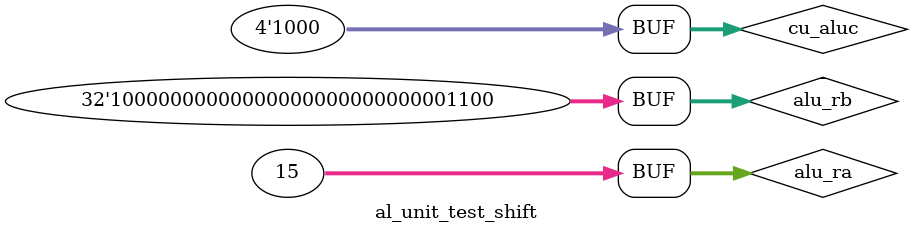
<source format=v>
`timescale 1ns / 1ps


module al_unit_test_shift;

	// Inputs
	reg [31:0] alu_ra;
	reg [31:0] alu_rb;
	reg [3:0] cu_aluc;

	// Outputs
	wire alu_zero;
	wire [31:0] alu_result;

	// Instantiate the Unit Under Test (UUT)
	al_unit uut (
		.alu_ra(alu_ra), 
		.alu_rb(alu_rb), 
		.cu_aluc(cu_aluc), 
		.alu_zero(alu_zero), 
		.alu_result(alu_result)
	);

	initial begin
		// Initialize Inputs
		alu_ra = 32'h0000000F;
		alu_rb = 32'h8000000C;
		cu_aluc = 0;

		// Wait 100 ns for global reset to finish
		#100;
		#100;
		cu_aluc = 4'b1110;
				
		#100;
		cu_aluc = 4'b1100;
				
		#100;
		cu_aluc = 4'b1000;
        
		// Add stimulus here

	end
      
endmodule


</source>
